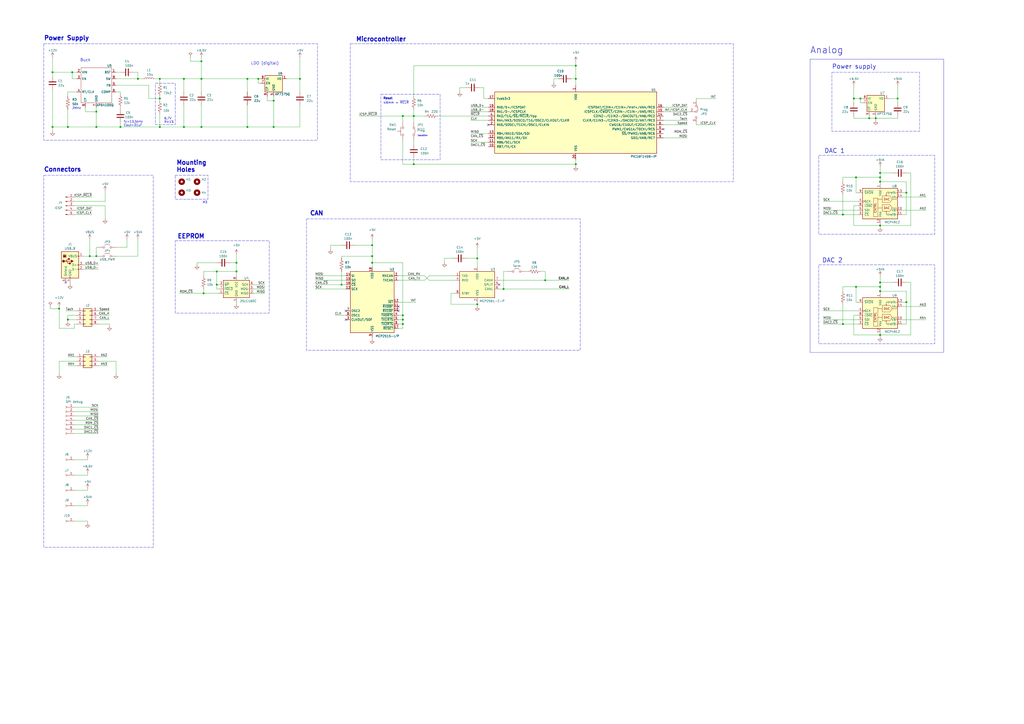
<source format=kicad_sch>
(kicad_sch (version 20250114) (generator "eeschema") (generator_version "9.0")
  (paper "A2")
  (title_block (title "CAN Gauge Interface") (date "2025-09-19") (rev "0.1") (company "Sam Anthony"))
  (rectangle (start 482.6 41.91) (end 533.4 76.2) (stroke (width 0) (type dash)))
  (rectangle (start 25.4 25.4) (end 184.15 81.28) (stroke (width 0) (type dash)))
  (rectangle (start 101.6 139.7) (end 156.21 181.61) (stroke (width 0) (type dash)))
  (rectangle (start 101.6 101.5999) (end 120.65 115.5699) (stroke (width 0) (type dash)))
  (rectangle (start 90.17 48.26) (end 101.6 72.39) (stroke (width 0) (type dash)))
  (rectangle (start 220.98 54.61) (end 255.27 92.71) (stroke (width 0) (type dash)))
  (rectangle (start 474.98 153.67) (end 542.29 199.39) (stroke (width 0) (type dash)))
  (rectangle (start 177.8 127) (end 336.55 203.2) (stroke (width 0) (type dash)))
  (rectangle (start 25.4 101.6) (end 88.9 317.5) (stroke (width 0) (type dash)))
  (rectangle (start 474.98 90.17) (end 542.29 135.89) (stroke (width 0) (type dash)))
  (rectangle (start 203.2 25.4) (end 425.45 105.41) (stroke (width 0) (type dash)))
  (rectangle (start 469.9 34.29) (end 547.37 204.47))
  (text "Connectors" (at 25.4 98.425 0) (effects (font (size 2.54 2.54) (thickness 0.508) (bold yes)) (justify left)))
  (text "Power Supply" (at 25.4 22.225 0) (effects (font (size 2.54 2.54) (thickness 0.508) (bold yes)) (justify left)))
  (text "LDO (digital)" (at 153.67 36.83 0) (effects (font (size 1.651 1.651))))
  (text "CAN" (at 179.705 123.825 0) (effects (font (size 2.54 2.54) (thickness 0.508) (bold yes)) (justify left)))
  (text "2MHz\n" (at 44.45 62.865 0) (effects (font (size 1.27 1.27))))
  (text "6.7V\nR±1%" (at 95.25 69.85 0) (effects (font (size 1.27 1.27)) (justify left)))
  (text "Reset" (at 222.25 57.15 0) (effects (font (size 1.27 1.27) (thickness 0.254) (bold yes)) (justify left)))
  (text "fc=13.5kHz\nCout=31uF" (at 71.755 71.755 0) (effects (font (size 1.27 1.27)) (justify left)))
  (text "Mounting\nHoles" (at 102.235 96.5199 0) (effects (font (size 2.54 2.54) (thickness 0.508) (bold yes)) (justify left)))
  (text "Power supply" (at 482.6 38.735 0) (effects (font (size 2.54 2.54) (thickness 0.254) (bold yes)) (justify left)))
  (text "M3\n" (at 117.475 117.4749 0) (effects (font (size 1.27 1.27)) (justify left)))
  (text "EEPROM" (at 102.87 137.16 0) (effects (font (size 2.54 2.54) (thickness 0.508) (bold yes)) (justify left)))
  (text "≤6mm ↔ ~{MCLR}" (at 222.25 59.69 0) (effects (font (size 1.27 1.27)) (justify left)))
  (text "DAC 1" (at 478.155 87.63 0) (effects (font (size 2.54 2.54) (thickness 0.254) (bold yes)) (justify left)))
  (text "Buck" (at 49.53 34.925 0) (effects (font (size 1.651 1.651))))
  (text "Microcontroller" (at 206.375 22.86 0) (effects (font (size 2.54 2.54) (thickness 0.508) (bold yes)) (justify left)))
  (text "Analog" (at 469.9 29.21 0) (effects (font (size 3.81 3.81) (thickness 0.254) (bold yes)) (justify left)))
  (text "Isolation" (at 245.11 78.74 0) (effects (font (size 0.889 0.889))))
  (text "DAC 2" (at 476.885 151.13 0) (effects (font (size 2.54 2.54) (thickness 0.254) (bold yes)) (justify left)))
  (junction (at 39.37 185.42))
  (junction (at 158.75 58.42))
  (junction (at 510.54 166.37))
  (junction (at 504.19 68.58))
  (junction (at 106.68 45.72))
  (junction (at 510.54 168.91))
  (junction (at 137.16 157.48))
  (junction (at 510.54 100.33))
  (junction (at 55.88 73.66))
  (junction (at 116.84 73.66))
  (junction (at 39.37 73.66))
  (junction (at 106.68 73.66))
  (junction (at 233.68 185.42))
  (junction (at 173.99 45.72))
  (junction (at 496.57 166.37))
  (junction (at 137.16 152.4))
  (junction (at 525.78 111.76))
  (junction (at 143.51 73.66))
  (junction (at 488.95 187.96))
  (junction (at 92.71 73.66))
  (junction (at 334.01 38.1))
  (junction (at 34.29 179.07))
  (junction (at 508 68.58))
  (junction (at 233.68 182.88))
  (junction (at 334.01 45.72))
  (junction (at 495.3 57.15))
  (junction (at 55.88 148.59))
  (junction (at 488.95 124.46))
  (junction (at 510.54 130.81))
  (junction (at 334.01 95.25))
  (junction (at 149.86 45.72))
  (junction (at 30.48 41.91))
  (junction (at 158.75 73.66))
  (junction (at 215.9 142.24))
  (junction (at 80.01 45.72))
  (junction (at 240.03 67.31))
  (junction (at 510.54 102.87))
  (junction (at 510.54 194.31))
  (junction (at 92.71 57.15))
  (junction (at 55.88 64.77))
  (junction (at 525.78 175.26))
  (junction (at 30.48 73.66))
  (junction (at 92.71 45.72))
  (junction (at 276.86 176.53))
  (junction (at 116.84 35.56))
  (junction (at 215.9 152.4))
  (junction (at 520.7 57.15))
  (junction (at 276.86 149.86))
  (junction (at 316.23 162.56))
  (junction (at 125.73 165.1))
  (junction (at 41.91 41.91))
  (junction (at 510.54 163.83))
  (junction (at 499.11 57.15))
  (junction (at 118.11 170.18))
  (junction (at 52.07 148.59))
  (junction (at 215.9 148.59))
  (junction (at 496.57 102.87))
  (junction (at 198.12 165.1))
  (junction (at 125.73 157.48))
  (junction (at 510.54 105.41))
  (junction (at 69.85 73.66))
  (junction (at 240.03 95.25))
  (junction (at 233.68 67.31))
  (junction (at 233.68 187.96))
  (junction (at 143.51 45.72))
  (junction (at 116.84 45.72))
  (junction (at 292.1 167.64))
  (no_connect (at 38.1 163.83))
  (no_connect (at 231.14 177.8))
  (no_connect (at 283.21 72.39))
  (no_connect (at 200.66 185.42))
  (no_connect (at 289.56 165.1))
  (no_connect (at 200.66 180.34))
  (no_connect (at 384.81 74.93))
  (no_connect (at 231.14 180.34))
  (wire (pts (xy 231.14 162.56) (xy 246.38 162.56)))
  (wire (pts (xy 240.03 95.25) (xy 240.03 91.44)))
  (wire (pts (xy 384.81 69.85) (xy 398.78 69.85)))
  (wire (pts (xy 499.11 57.15) (xy 495.3 57.15)))
  (wire (pts (xy 116.84 33.02) (xy 116.84 35.56)))
  (wire (pts (xy 215.9 142.24) (xy 215.9 148.59)))
  (wire (pts (xy 50.8 302.26) (xy 50.8 303.53)))
  (wire (pts (xy 106.68 45.72) (xy 116.84 45.72)))
  (wire (pts (xy 158.75 58.42) (xy 158.75 73.66)))
  (wire (pts (xy 495.3 182.88) (xy 497.84 182.88)))
  (wire (pts (xy 292.1 157.48) (xy 294.64 157.48)))
  (wire (pts (xy 44.45 209.55) (xy 34.29 209.55)))
  (wire (pts (xy 233.68 187.96) (xy 233.68 185.42)))
  (wire (pts (xy 495.3 119.38) (xy 497.84 119.38)))
  (wire (pts (xy 240.03 38.1) (xy 334.01 38.1)))
  (wire (pts (xy 231.14 187.96) (xy 233.68 187.96)))
  (wire (pts (xy 44.45 41.91) (xy 41.91 41.91)))
  (wire (pts (xy 508 67.31) (xy 508 68.58)))
  (wire (pts (xy 289.56 167.64) (xy 292.1 167.64)))
  (wire (pts (xy 510.54 168.91) (xy 510.54 170.18)))
  (wire (pts (xy 215.9 195.58) (xy 215.9 196.85)))
  (wire (pts (xy 60.96 116.84) (xy 60.96 110.49)))
  (wire (pts (xy 67.31 53.34) (xy 69.85 53.34)))
  (wire (pts (xy 499.11 59.69) (xy 499.11 57.15)))
  (wire (pts (xy 80.01 45.72) (xy 82.55 45.72)))
  (wire (pts (xy 48.26 153.67) (xy 57.15 153.67)))
  (wire (pts (xy 127 165.1) (xy 125.73 165.1)))
  (wire (pts (xy 262.89 149.86) (xy 257.81 149.86)))
  (wire (pts (xy 496.57 175.26) (xy 496.57 166.37)))
  (wire (pts (xy 149.86 48.26) (xy 149.86 45.72)))
  (wire (pts (xy 488.95 187.96) (xy 497.84 187.96)))
  (wire (pts (xy 118.11 157.48) (xy 125.73 157.48)))
  (wire (pts (xy 92.71 73.66) (xy 106.68 73.66)))
  (wire (pts (xy 240.03 38.1) (xy 240.03 55.88)))
  (wire (pts (xy 523.24 124.46) (xy 525.78 124.46)))
  (wire (pts (xy 44.45 53.34) (xy 39.37 53.34)))
  (wire (pts (xy 477.52 180.34) (xy 497.84 180.34)))
  (wire (pts (xy 510.54 193.04) (xy 510.54 194.31)))
  (wire (pts (xy 233.68 185.42) (xy 233.68 182.88)))
  (wire (pts (xy 510.54 194.31) (xy 510.54 195.58)))
  (wire (pts (xy 525.78 168.91) (xy 510.54 168.91)))
  (wire (pts (xy 384.81 64.77) (xy 400.05 64.77)))
  (wire (pts (xy 69.85 53.34) (xy 69.85 54.61)))
  (wire (pts (xy 499.11 57.15) (xy 500.38 57.15)))
  (wire (pts (xy 34.29 190.5) (xy 34.29 179.07)))
  (wire (pts (xy 149.86 45.72) (xy 151.13 45.72)))
  (wire (pts (xy 198.12 165.1) (xy 198.12 157.48)))
  (wire (pts (xy 57.15 209.55) (xy 67.31 209.55)))
  (wire (pts (xy 39.37 185.42) (xy 39.37 186.69)))
  (wire (pts (xy 116.84 45.72) (xy 143.51 45.72)))
  (wire (pts (xy 43.18 243.84) (xy 57.15 243.84)))
  (wire (pts (xy 57.15 182.88) (xy 63.5 182.88)))
  (wire (pts (xy 273.05 82.55) (xy 283.21 82.55)))
  (wire (pts (xy 495.3 130.81) (xy 510.54 130.81)))
  (wire (pts (xy 523.24 177.8) (xy 537.21 177.8)))
  (wire (pts (xy 151.13 48.26) (xy 149.86 48.26)))
  (wire (pts (xy 528.32 130.81) (xy 510.54 130.81)))
  (wire (pts (xy 50.8 275.59) (xy 50.8 274.32)))
  (wire (pts (xy 182.88 165.1) (xy 198.12 165.1)))
  (wire (pts (xy 43.18 246.38) (xy 57.15 246.38)))
  (wire (pts (xy 403.86 71.12) (xy 403.86 72.39)))
  (wire (pts (xy 154.94 55.88) (xy 154.94 58.42)))
  (wire (pts (xy 497.84 111.76) (xy 496.57 111.76)))
  (wire (pts (xy 158.75 73.66) (xy 143.51 73.66)))
  (wire (pts (xy 523.24 114.3) (xy 537.21 114.3)))
  (wire (pts (xy 55.88 148.59) (xy 57.15 148.59)))
  (wire (pts (xy 30.48 41.91) (xy 30.48 44.45)))
  (wire (pts (xy 273.05 69.85) (xy 283.21 69.85)))
  (wire (pts (xy 182.88 160.02) (xy 200.66 160.02)))
  (wire (pts (xy 525.78 105.41) (xy 525.78 111.76)))
  (wire (pts (xy 384.81 62.23) (xy 398.78 62.23)))
  (wire (pts (xy 496.57 102.87) (xy 510.54 102.87)))
  (wire (pts (xy 496.57 111.76) (xy 496.57 102.87)))
  (wire (pts (xy 49.53 62.23) (xy 49.53 64.77)))
  (wire (pts (xy 525.78 168.91) (xy 525.78 175.26)))
  (wire (pts (xy 194.31 182.88) (xy 200.66 182.88)))
  (wire (pts (xy 477.52 185.42) (xy 497.84 185.42)))
  (wire (pts (xy 39.37 53.34) (xy 39.37 55.88)))
  (wire (pts (xy 92.71 66.04) (xy 92.71 73.66)))
  (wire (pts (xy 118.11 160.02) (xy 118.11 157.48)))
  (wire (pts (xy 334.01 45.72) (xy 331.47 45.72)))
  (wire (pts (xy 57.15 185.42) (xy 63.5 185.42)))
  (wire (pts (xy 334.01 49.53) (xy 334.01 45.72)))
  (wire (pts (xy 215.9 148.59) (xy 215.9 152.4)))
  (wire (pts (xy 143.51 45.72) (xy 143.51 53.34)))
  (wire (pts (xy 208.28 67.31) (xy 233.68 67.31)))
  (wire (pts (xy 403.86 58.42) (xy 403.86 57.15)))
  (wire (pts (xy 510.54 163.83) (xy 510.54 166.37)))
  (wire (pts (xy 495.3 130.81) (xy 495.3 119.38)))
  (wire (pts (xy 523.24 185.42) (xy 537.21 185.42)))
  (wire (pts (xy 39.37 63.5) (xy 39.37 73.66)))
  (wire (pts (xy 50.8 293.37) (xy 50.8 292.1)))
  (wire (pts (xy 43.18 114.3) (xy 53.34 114.3)))
  (wire (pts (xy 191.77 142.24) (xy 191.77 144.78)))
  (wire (pts (xy 92.71 45.72) (xy 92.71 48.26)))
  (wire (pts (xy 57.15 187.96) (xy 63.5 187.96)))
  (wire (pts (xy 39.37 185.42) (xy 44.45 185.42)))
  (wire (pts (xy 510.54 160.02) (xy 510.54 163.83)))
  (wire (pts (xy 528.32 163.83) (xy 528.32 194.31)))
  (wire (pts (xy 60.96 119.38) (xy 60.96 127)))
  (wire (pts (xy 283.21 57.15) (xy 280.67 57.15)))
  (wire (pts (xy 528.32 100.33) (xy 528.32 130.81)))
  (wire (pts (xy 173.99 45.72) (xy 173.99 53.34)))
  (wire (pts (xy 125.73 167.64) (xy 125.73 165.1)))
  (wire (pts (xy 525.78 105.41) (xy 510.54 105.41)))
  (wire (pts (xy 44.45 182.88) (xy 39.37 182.88)))
  (wire (pts (xy 495.3 67.31) (xy 495.3 68.58)))
  (wire (pts (xy 125.73 157.48) (xy 137.16 157.48)))
  (wire (pts (xy 55.88 143.51) (xy 57.15 143.51)))
  (wire (pts (xy 118.11 170.18) (xy 118.11 167.64)))
  (wire (pts (xy 67.31 209.55) (xy 67.31 217.17)))
  (wire (pts (xy 137.16 152.4) (xy 137.16 157.48)))
  (wire (pts (xy 147.32 170.18) (xy 153.67 170.18)))
  (wire (pts (xy 106.68 73.66) (xy 116.84 73.66)))
  (wire (pts (xy 280.67 50.8) (xy 278.13 50.8)))
  (wire (pts (xy 50.8 284.48) (xy 50.8 283.21)))
  (wire (pts (xy 520.7 68.58) (xy 520.7 67.31)))
  (wire (pts (xy 116.84 60.96) (xy 116.84 73.66)))
  (wire (pts (xy 55.88 62.23) (xy 55.88 64.77)))
  (wire (pts (xy 270.51 149.86) (xy 276.86 149.86)))
  (wire (pts (xy 43.18 275.59) (xy 50.8 275.59)))
  (wire (pts (xy 384.81 80.01) (xy 398.78 80.01)))
  (wire (pts (xy 41.91 45.72) (xy 41.91 41.91)))
  (wire (pts (xy 198.12 149.86) (xy 198.12 148.59)))
  (wire (pts (xy 280.67 57.15) (xy 280.67 50.8)))
  (wire (pts (xy 403.86 57.15) (xy 415.29 57.15)))
  (wire (pts (xy 266.7 50.8) (xy 266.7 53.34)))
  (wire (pts (xy 57.15 212.09) (xy 62.23 212.09)))
  (wire (pts (xy 30.48 73.66) (xy 30.48 76.2)))
  (wire (pts (xy 488.95 102.87) (xy 496.57 102.87)))
  (wire (pts (xy 520.7 57.15) (xy 515.62 57.15)))
  (wire (pts (xy 154.94 58.42) (xy 158.75 58.42)))
  (wire (pts (xy 44.45 187.96) (xy 43.18 187.96)))
  (wire (pts (xy 257.81 149.86) (xy 257.81 152.4)))
  (wire (pts (xy 316.23 157.48) (xy 316.23 162.56)))
  (wire (pts (xy 39.37 207.01) (xy 44.45 207.01)))
  (wire (pts (xy 495.3 57.15) (xy 495.3 49.53)))
  (wire (pts (xy 384.81 72.39) (xy 398.78 72.39)))
  (wire (pts (xy 63.5 187.96) (xy 63.5 189.23)))
  (wire (pts (xy 233.68 67.31) (xy 233.68 71.12)))
  (wire (pts (xy 92.71 57.15) (xy 86.36 57.15)))
  (wire (pts (xy 233.68 152.4) (xy 233.68 182.88)))
  (wire (pts (xy 92.71 45.72) (xy 106.68 45.72)))
  (wire (pts (xy 43.18 251.46) (xy 57.15 251.46)))
  (wire (pts (xy 240.03 81.28) (xy 240.03 83.82)))
  (wire (pts (xy 504.19 68.58) (xy 508 68.58)))
  (wire (pts (xy 233.68 152.4) (xy 215.9 152.4)))
  (wire (pts (xy 86.36 49.53) (xy 67.31 49.53)))
  (wire (pts (xy 510.54 105.41) (xy 510.54 106.68)))
  (wire (pts (xy 273.05 77.47) (xy 283.21 77.47)))
  (wire (pts (xy 158.75 55.88) (xy 158.75 58.42)))
  (wire (pts (xy 200.66 165.1) (xy 198.12 165.1)))
  (wire (pts (xy 30.48 33.02) (xy 30.48 41.91)))
  (wire (pts (xy 316.23 162.56) (xy 330.2 162.56)))
  (wire (pts (xy 233.68 67.31) (xy 240.03 67.31)))
  (wire (pts (xy 528.32 194.31) (xy 510.54 194.31)))
  (wire (pts (xy 198.12 148.59) (xy 215.9 148.59)))
  (wire (pts (xy 29.21 177.8) (xy 29.21 179.07)))
  (wire (pts (xy 92.71 57.15) (xy 92.71 58.42)))
  (wire (pts (xy 173.99 73.66) (xy 158.75 73.66)))
  (wire (pts (xy 525.78 175.26) (xy 525.78 187.96)))
  (wire (pts (xy 510.54 96.52) (xy 510.54 100.33)))
  (wire (pts (xy 231.14 190.5) (xy 233.68 190.5)))
  (wire (pts (xy 29.21 179.07) (xy 34.29 179.07)))
  (wire (pts (xy 304.8 157.48) (xy 306.07 157.48)))
  (wire (pts (xy 104.14 170.18) (xy 118.11 170.18)))
  (wire (pts (xy 495.3 194.31) (xy 510.54 194.31)))
  (wire (pts (xy 270.51 50.8) (xy 266.7 50.8)))
  (wire (pts (xy 334.01 95.25) (xy 334.01 96.52)))
  (wire (pts (xy 55.88 73.66) (xy 39.37 73.66)))
  (wire (pts (xy 510.54 100.33) (xy 518.16 100.33)))
  (wire (pts (xy 43.18 241.3) (xy 57.15 241.3)))
  (wire (pts (xy 43.18 238.76) (xy 57.15 238.76)))
  (wire (pts (xy 510.54 166.37) (xy 510.54 168.91)))
  (wire (pts (xy 488.95 168.91) (xy 488.95 166.37)))
  (wire (pts (xy 500.38 59.69) (xy 499.11 59.69)))
  (wire (pts (xy 43.18 187.96) (xy 43.18 190.5)))
  (wire (pts (xy 55.88 148.59) (xy 55.88 143.51)))
  (wire (pts (xy 116.84 35.56) (xy 116.84 45.72)))
  (wire (pts (xy 57.15 180.34) (xy 63.5 180.34)))
  (wire (pts (xy 67.31 148.59) (xy 80.01 148.59)))
  (wire (pts (xy 254 67.31) (xy 283.21 67.31)))
  (wire (pts (xy 43.18 190.5) (xy 34.29 190.5)))
  (wire (pts (xy 106.68 45.72) (xy 106.68 53.34)))
  (wire (pts (xy 523.24 175.26) (xy 525.78 175.26)))
  (wire (pts (xy 48.26 148.59) (xy 52.07 148.59)))
  (wire (pts (xy 233.68 81.28) (xy 233.68 95.25)))
  (wire (pts (xy 92.71 73.66) (xy 69.85 73.66)))
  (wire (pts (xy 52.07 148.59) (xy 55.88 148.59)))
  (wire (pts (xy 43.18 284.48) (xy 50.8 284.48)))
  (wire (pts (xy 488.95 166.37) (xy 496.57 166.37)))
  (wire (pts (xy 273.05 64.77) (xy 283.21 64.77)))
  (wire (pts (xy 488.95 124.46) (xy 497.84 124.46)))
  (wire (pts (xy 520.7 49.53) (xy 520.7 57.15)))
  (wire (pts (xy 69.85 62.23) (xy 69.85 63.5)))
  (wire (pts (xy 147.32 167.64) (xy 153.67 167.64)))
  (wire (pts (xy 510.54 102.87) (xy 510.54 105.41)))
  (wire (pts (xy 57.15 207.01) (xy 62.23 207.01)))
  (wire (pts (xy 173.99 33.02) (xy 173.99 45.72)))
  (wire (pts (xy 44.45 45.72) (xy 41.91 45.72)))
  (wire (pts (xy 496.57 166.37) (xy 510.54 166.37)))
  (wire (pts (xy 276.86 176.53) (xy 276.86 177.8)))
  (wire (pts (xy 77.47 41.91) (xy 80.01 41.91)))
  (wire (pts (xy 248.92 160.02) (xy 246.38 162.56)))
  (wire (pts (xy 90.17 45.72) (xy 92.71 45.72)))
  (wire (pts (xy 39.37 182.88) (xy 39.37 185.42)))
  (wire (pts (xy 495.3 68.58) (xy 504.19 68.58)))
  (wire (pts (xy 488.95 113.03) (xy 488.95 124.46)))
  (wire (pts (xy 321.31 45.72) (xy 323.85 45.72)))
  (wire (pts (xy 137.16 175.26) (xy 137.16 176.53)))
  (wire (pts (xy 34.29 209.55) (xy 34.29 217.17)))
  (wire (pts (xy 38.1 180.34) (xy 44.45 180.34)))
  (wire (pts (xy 231.14 182.88) (xy 233.68 182.88)))
  (wire (pts (xy 495.3 57.15) (xy 495.3 59.69)))
  (wire (pts (xy 137.16 157.48) (xy 137.16 160.02)))
  (wire (pts (xy 125.73 157.48) (xy 125.73 165.1)))
  (wire (pts (xy 510.54 130.81) (xy 510.54 132.08)))
  (wire (pts (xy 313.69 157.48) (xy 316.23 157.48)))
  (wire (pts (xy 92.71 55.88) (xy 92.71 57.15)))
  (wire (pts (xy 334.01 92.71) (xy 334.01 95.25)))
  (wire (pts (xy 116.84 45.72) (xy 116.84 53.34)))
  (wire (pts (xy 477.52 187.96) (xy 488.95 187.96)))
  (wire (pts (xy 276.86 175.26) (xy 276.86 176.53)))
  (wire (pts (xy 67.31 45.72) (xy 80.01 45.72)))
  (wire (pts (xy 43.18 248.92) (xy 57.15 248.92)))
  (wire (pts (xy 173.99 60.96) (xy 173.99 73.66)))
  (wire (pts (xy 495.3 194.31) (xy 495.3 182.88)))
  (wire (pts (xy 403.86 72.39) (xy 415.29 72.39)))
  (wire (pts (xy 292.1 167.64) (xy 292.1 157.48)))
  (wire (pts (xy 80.01 41.91) (xy 80.01 45.72)))
  (wire (pts (xy 182.88 167.64) (xy 200.66 167.64)))
  (wire (pts (xy 50.8 266.7) (xy 50.8 265.43)))
  (wire (pts (xy 43.18 293.37) (xy 50.8 293.37)))
  (wire (pts (xy 143.51 73.66) (xy 116.84 73.66)))
  (wire (pts (xy 69.85 73.66) (xy 55.88 73.66)))
  (wire (pts (xy 133.35 152.4) (xy 137.16 152.4)))
  (wire (pts (xy 67.31 41.91) (xy 69.85 41.91)))
  (wire (pts (xy 137.16 147.32) (xy 137.16 152.4)))
  (wire (pts (xy 240.03 95.25) (xy 334.01 95.25)))
  (wire (pts (xy 69.85 71.12) (xy 69.85 73.66)))
  (wire (pts (xy 525.78 100.33) (xy 528.32 100.33)))
  (wire (pts (xy 198.12 142.24) (xy 191.77 142.24)))
  (wire (pts (xy 261.62 170.18) (xy 264.16 170.18)))
  (wire (pts (xy 49.53 64.77) (xy 55.88 64.77)))
  (wire (pts (xy 215.9 138.43) (xy 215.9 142.24)))
  (wire (pts (xy 510.54 100.33) (xy 510.54 102.87)))
  (wire (pts (xy 110.49 35.56) (xy 110.49 33.02)))
  (wire (pts (xy 43.18 116.84) (xy 60.96 116.84)))
  (wire (pts (xy 240.03 67.31) (xy 246.38 67.31)))
  (wire (pts (xy 523.24 111.76) (xy 525.78 111.76)))
  (wire (pts (xy 289.56 162.56) (xy 316.23 162.56)))
  (wire (pts (xy 48.26 156.21) (xy 57.15 156.21)))
  (wire (pts (xy 30.48 52.07) (xy 30.48 73.66)))
  (wire (pts (xy 73.66 143.51) (xy 73.66 138.43)))
  (wire (pts (xy 43.18 119.38) (xy 60.96 119.38)))
  (wire (pts (xy 52.07 138.43) (xy 52.07 148.59)))
  (wire (pts (xy 520.7 59.69) (xy 520.7 57.15)))
  (wire (pts (xy 240.03 67.31) (xy 240.03 71.12)))
  (wire (pts (xy 215.9 152.4) (xy 215.9 154.94)))
  (wire (pts (xy 233.68 95.25) (xy 240.03 95.25)))
  (wire (pts (xy 147.32 165.1) (xy 153.67 165.1)))
  (wire (pts (xy 106.68 60.96) (xy 106.68 73.66)))
  (wire (pts (xy 261.62 176.53) (xy 261.62 170.18)))
  (wire (pts (xy 34.29 179.07) (xy 34.29 177.8)))
  (wire (pts (xy 41.91 41.91) (xy 30.48 41.91)))
  (wire (pts (xy 43.18 124.46) (xy 53.34 124.46)))
  (wire (pts (xy 40.64 163.83) (xy 40.64 165.1)))
  (wire (pts (xy 127 167.64) (xy 125.73 167.64)))
  (wire (pts (xy 43.18 302.26) (xy 50.8 302.26)))
  (wire (pts (xy 523.24 121.92) (xy 537.21 121.92)))
  (wire (pts (xy 205.74 142.24) (xy 215.9 142.24)))
  (wire (pts (xy 508 68.58) (xy 520.7 68.58)))
  (wire (pts (xy 231.14 160.02) (xy 246.38 160.02)))
  (wire (pts (xy 488.95 105.41) (xy 488.95 102.87)))
  (wire (pts (xy 488.95 176.53) (xy 488.95 187.96)))
  (wire (pts (xy 143.51 60.96) (xy 143.51 73.66)))
  (wire (pts (xy 276.86 176.53) (xy 261.62 176.53)))
  (wire (pts (xy 321.31 48.26) (xy 321.31 45.72)))
  (wire (pts (xy 523.24 187.96) (xy 525.78 187.96)))
  (wire (pts (xy 67.31 143.51) (xy 73.66 143.51)))
  (wire (pts (xy 43.18 236.22) (xy 57.15 236.22)))
  (wire (pts (xy 477.52 124.46) (xy 488.95 124.46)))
  (wire (pts (xy 149.86 45.72) (xy 143.51 45.72)))
  (wire (pts (xy 114.3 152.4) (xy 114.3 153.67)))
  (wire (pts (xy 504.19 67.31) (xy 504.19 68.58)))
  (wire (pts (xy 86.36 57.15) (xy 86.36 49.53)))
  (wire (pts (xy 114.3 152.4) (xy 125.73 152.4)))
  (wire (pts (xy 497.84 175.26) (xy 496.57 175.26)))
  (wire (pts (xy 508 68.58) (xy 508 69.85)))
  (wire (pts (xy 334.01 38.1) (xy 334.01 45.72)))
  (wire (pts (xy 116.84 35.56) (xy 110.49 35.56)))
  (wire (pts (xy 276.86 143.51) (xy 276.86 149.86)))
  (wire (pts (xy 127 170.18) (xy 118.11 170.18)))
  (wire (pts (xy 233.68 190.5) (xy 233.68 187.96)))
  (wire (pts (xy 39.37 73.66) (xy 30.48 73.66)))
  (wire (pts (xy 525.78 163.83) (xy 528.32 163.83)))
  (wire (pts (xy 510.54 163.83) (xy 518.16 163.83)))
  (wire (pts (xy 477.52 121.92) (xy 497.84 121.92)))
  (wire (pts (xy 334.01 35.56) (xy 334.01 38.1)))
  (wire (pts (xy 292.1 167.64) (xy 330.2 167.64)))
  (wire (pts (xy 231.14 175.26) (xy 241.3 175.26)))
  (wire (pts (xy 39.37 212.09) (xy 44.45 212.09)))
  (wire (pts (xy 166.37 45.72) (xy 173.99 45.72)))
  (wire (pts (xy 231.14 185.42) (xy 233.68 185.42)))
  (wire (pts (xy 510.54 129.54) (xy 510.54 130.81)))
  (wire (pts (xy 43.18 266.7) (xy 50.8 266.7)))
  (wire (pts (xy 273.05 62.23) (xy 283.21 62.23)))
  (wire (pts (xy 248.92 162.56) (xy 264.16 162.56)))
  (wire (pts (xy 477.52 116.84) (xy 497.84 116.84)))
  (wire (pts (xy 55.88 64.77) (xy 55.88 73.66)))
  (wire (pts (xy 182.88 162.56) (xy 200.66 162.56)))
  (wire (pts (xy 248.92 160.02) (xy 264.16 160.02)))
  (wire (pts (xy 246.38 160.02) (xy 248.92 162.56)))
  (wire (pts (xy 525.78 111.76) (xy 525.78 124.46)))
  (wire (pts (xy 240.03 63.5) (xy 240.03 67.31)))
  (wire (pts (xy 43.18 121.92) (xy 53.34 121.92)))
  (wire (pts (xy 80.01 148.59) (xy 80.01 138.43)))
  (wire (pts (xy 276.86 149.86) (xy 276.86 154.94)))
  (label "DAC1_~{CS}" (at 477.52 124.46 0))
  (label "MISO" (at 57.15 241.3 180))
  (label "CAN_H" (at 330.2 162.56 180) (effects (font (thickness 0.254) (bold yes))))
  (label "SCK" (at 153.67 165.1 180) (effects (font (thickness 0.1588))))
  (label "Speed" (at 63.5 180.34 180) (effects (font (thickness 0.1588))))
  (label "CLK" (at 273.05 69.85 0))
  (label "MOSI" (at 398.78 80.01 180) (effects (font (thickness 0.1588))))
  (label "ICSP_DAT" (at 398.78 62.23 180))
  (label "CAN_L" (at 63.5 185.42 180))
  (label "ROM_~{CS}" (at 104.14 170.18 0) (effects (font (thickness 0.1588))))
  (label "MOSI" (at 182.88 160.02 0) (effects (font (thickness 0.1588))))
  (label "DAC1_~{CS}" (at 273.05 85.09 0))
  (label "AN3" (at 62.23 212.09 180) (effects (font (thickness 0.1588))))
  (label "Speed" (at 398.78 72.39 180))
  (label "AN1" (at 537.21 114.3 180))
  (label "CAN_~{CS}" (at 273.05 80.01 0))
  (label "CAN_~{CS}" (at 57.15 243.84 180))
  (label "INT" (at 415.29 57.15 180))
  (label "CLK" (at 194.31 182.88 0))
  (label "MISO" (at 153.67 170.18 180) (effects (font (thickness 0.1588))))
  (label "INT" (at 241.3 175.26 180) (effects (font (thickness 0.1588))))
  (label "MOSI" (at 153.67 167.64 180) (effects (font (thickness 0.1588))))
  (label "ICSP_CLK" (at 53.34 124.46 180))
  (label "AN2" (at 62.23 207.01 180) (effects (font (thickness 0.1588))))
  (label "SCK" (at 273.05 82.55 0) (effects (font (thickness 0.1588))))
  (label "Tach" (at 38.1 180.34 0) (effects (font (thickness 0.1588))))
  (label "CAN_~{CS}" (at 182.88 165.1 0) (effects (font (thickness 0.1588))))
  (label "ICSP_CLK" (at 415.29 72.39 180))
  (label "USB_D+" (at 273.05 62.23 0))
  (label "SCK" (at 477.52 180.34 0) (effects (font (thickness 0.1588))))
  (label "ROM_~{CS}" (at 57.15 246.38 180))
  (label "AN1" (at 39.37 207.01 0) (effects (font (thickness 0.1588))))
  (label "DAC2_~{CS}" (at 398.78 67.31 180))
  (label "USB_D-" (at 273.05 64.77 0))
  (label "INT{slash}ICSP_CLK" (at 398.78 64.77 180))
  (label "SCK" (at 57.15 236.22 180))
  (label "AN4" (at 39.37 212.09 0) (effects (font (thickness 0.1588))))
  (label "MOSI" (at 477.52 121.92 0))
  (label "AN4" (at 537.21 185.42 180))
  (label "MISO" (at 182.88 162.56 0) (effects (font (thickness 0.1588))))
  (label "DAC1_~{CS}" (at 57.15 248.92 180))
  (label "MOSI" (at 57.15 238.76 180))
  (label "~{MCLR}" (at 273.05 67.31 0))
  (label "AN3" (at 537.21 177.8 180))
  (label "DAC2_~{CS}" (at 57.15 251.46 180))
  (label "USB_D-" (at 57.15 156.21 180))
  (label "AN2" (at 537.21 121.92 180))
  (label "USB_D+" (at 57.15 153.67 180))
  (label "SCK" (at 182.88 167.64 0) (effects (font (thickness 0.1588))))
  (label "Tach" (at 398.78 69.85 180))
  (label "ROM_~{CS}" (at 398.78 77.47 180))
  (label "ICSP_DAT" (at 53.34 121.92 180))
  (label "CAN_RX" (at 243.84 160.02 180))
  (label "ICSP_~{MCLR}" (at 53.34 114.3 180))
  (label "MISO" (at 273.05 77.47 0) (effects (font (thickness 0.1588))))
  (label "ICSP_~{MCLR}" (at 208.28 67.31 0))
  (label "MOSI" (at 477.52 185.42 0))
  (label "CAN_L" (at 330.2 167.64 180) (effects (font (thickness 0.254) (bold yes))))
  (label "SCK" (at 477.52 116.84 0) (effects (font (thickness 0.1588))))
  (label "DAC2_~{CS}" (at 477.52 187.96 0))
  (label "CAN_TX" (at 243.84 162.56 180))
  (label "CAN_H" (at 63.5 182.88 180) (effects (font (thickness 0.1588))))
  (symbol (lib_id "power:GND") (at 215.9 196.85 0) (unit 1)
    (property "Reference" "#PWR028" (effects (hide yes)))
    (property "Value" "GND" (effects (hide yes)))
    (property "Description" "Power symbol creates a global label with name \"GND\" , ground" (effects (hide yes)))
  )
  (symbol (lib_id "Connector:USB_B") (at 40.64 153.67 0) (unit 1)
    (property "Reference" "J1" (at 40.64 141.605 0))
    (property "Value" "USB_B" (at 40.64 144.145 0))
    (property "Footprint" "Connector_USB:USB_B_OST_USB-B1HSxx_Horizontal" (effects (hide yes)))
    (property "Description" "USB Type B connector" (effects (hide yes)))
  )
  (symbol (lib_id "power:GND") (at 50.8 303.53 0) (unit 1)
    (property "Reference" "#PWR039" (effects (hide yes)))
    (property "Value" "GND" (effects (hide yes)))
    (property "Description" "Power symbol creates a global label with name \"GND\" , ground" (effects (hide yes)))
  )
  (symbol (lib_id "Device:C") (at 173.99 57.15 0) (unit 1)
    (property "Reference" "C7" (at 177.8 55.8799 0) (effects (justify left)))
    (property "Value" "22u" (at 177.8 58.4199 0) (effects (justify left)))
    (property "Footprint" "Capacitor_SMD:C_1206_3216Metric_Pad1.33x1.80mm_HandSolder" (effects (hide yes)))
    (property "Description" "Unpolarized capacitor" (effects (hide yes)))
  )
  (symbol (lib_id "power:+12V") (at 34.29 177.8 0) (unit 1)
    (property "Reference" "#PWR029" (effects (hide yes)))
    (property "Value" "+12V" (at 34.29 172.72 0))
    (property "Description" "Power symbol creates a global label with name \"+12V\"" (effects (hide yes)))
  )
  (symbol (lib_id "power:GND") (at 63.5 189.23 0) (unit 1)
    (property "Reference" "#PWR033" (effects (hide yes)))
    (property "Value" "GND" (effects (hide yes)))
    (property "Description" "Power symbol creates a global label with name \"GND\" , ground" (effects (hide yes)))
  )
  (symbol (lib_id "Device:C") (at 129.54 152.4 90) (unit 1)
    (property "Reference" "C15" (at 129.54 146.05 90))
    (property "Value" "100n" (at 129.54 148.59 90))
    (property "Footprint" "Capacitor_THT:C_Disc_D5.0mm_W2.5mm_P2.50mm" (effects (hide yes)))
    (property "Description" "Unpolarized capacitor" (effects (hide yes)))
  )
  (symbol (lib_id "Jumper:Jumper_2_Bridged") (at 240.03 76.2 270) (mirror x) (unit 1)
    (property "Reference" "JP1" (at 241.935 72.39 90) (effects (justify left)))
    (property "Value" "~{Prog}" (at 241.935 75.565 90) (effects (justify left)))
    (property "Footprint" "Connector_PinSocket_2.54mm:PinSocket_1x02_P2.54mm_Vertical" (effects (hide yes)))
    (property "Description" "Jumper, 2-pole, closed/bridged" (effects (hide yes)))
  )
  (symbol (lib_id "Device:C") (at 266.7 149.86 90) (unit 1)
    (property "Reference" "C14" (at 266.7 143.51 90))
    (property "Value" "100n" (at 266.7 146.05 90))
    (property "Footprint" "Capacitor_THT:C_Disc_D5.0mm_W2.5mm_P2.50mm" (effects (hide yes)))
    (property "Description" "Unpolarized capacitor" (effects (hide yes)))
  )
  (symbol (lib_id "power:+5V") (at 173.99 33.02 0) (unit 1)
    (property "Reference" "#PWR06" (effects (hide yes)))
    (property "Value" "+5V" (at 173.99 29.21 0))
    (property "Description" "Power symbol creates a global label with name \"+5V\"" (effects (hide yes)))
  )
  (symbol (lib_id "Device:C") (at 106.68 57.15 180) (unit 1)
    (property "Reference" "C2" (at 111.125 55.245 0))
    (property "Value" "22u" (at 111.76 57.785 0))
    (property "Footprint" "Capacitor_SMD:C_1206_3216Metric_Pad1.33x1.80mm_HandSolder" (effects (hide yes)))
    (property "Description" "Unpolarized capacitor" (effects (hide yes)))
  )
  (symbol (lib_id "Device:C") (at 30.48 48.26 0) (unit 1)
    (property "Reference" "C1" (at 34.925 46.99 0))
    (property "Value" "22u" (at 35.56 49.53 0))
    (property "Footprint" "Capacitor_SMD:C_1206_3216Metric_Pad1.33x1.80mm_HandSolder" (effects (hide yes)))
    (property "Description" "Unpolarized capacitor" (effects (hide yes)))
  )
  (symbol (lib_id "Device:C") (at 495.3 63.5 0) (unit 1)
    (property "Reference" "C8" (at 492.125 62.23 0) (effects (justify right)))
    (property "Value" "22u" (at 492.125 64.77 0) (effects (justify right)))
    (property "Footprint" "Capacitor_SMD:C_1206_3216Metric_Pad1.33x1.80mm_HandSolder" (effects (hide yes)))
    (property "Description" "Unpolarized capacitor" (effects (hide yes)))
  )
  (symbol (lib_id "Memory_EEPROM:25LCxxx") (at 137.16 167.64 0) (unit 1)
    (property "Reference" "U4" (at 141.605 161.29 0) (effects (justify left)))
    (property "Value" "25LC160C" (at 139.065 174.625 0) (effects (justify left)))
    (property "Footprint" "Package_DIP:DIP-8_W7.62mm" (effects (hide yes)))
    (property "Datasheet" "http://ww1.microchip.com/downloads/en/DeviceDoc/21832H.pdf" (effects (hide yes)))
    (property "Description" "SPI Serial EEPROM, DIP-8/SOIC-8/TSSOP-8" (effects (hide yes)))
  )
  (symbol (lib_id "Jumper:Jumper_3_Bridged12") (at 403.86 64.77 270) (unit 1) (in_bom no)
    (property "Reference" "JP2" (at 408.305 66.04 90))
    (property "Value" "Prog" (at 408.305 63.5 90))
    (property "Footprint" "Connector_PinSocket_2.54mm:PinSocket_1x03_P2.54mm_Vertical" (effects (hide yes)))
    (property "Description" "Jumper, 3-pole, pins 1+2 closed/bridged" (effects (hide yes)))
  )
  (symbol (lib_id "power:GND") (at 510.54 132.08 0) (unit 1)
    (property "Reference" "#PWR017" (effects (hide yes)))
    (property "Value" "GND" (effects (hide yes)))
    (property "Description" "Power symbol creates a global label with name \"GND\" , ground" (effects (hide yes)))
  )
  (symbol (lib_id "power:PWR_FLAG") (at 110.49 33.02 0) (unit 1)
    (property "Reference" "#FLG02" (effects (hide yes)))
    (property "Value" "+6.5V" (effects (hide yes)))
    (property "Description" "Special symbol for telling ERC where power comes from" (effects (hide yes)))
  )
  (symbol (lib_id "power:GND") (at 510.54 195.58 0) (unit 1)
    (property "Reference" "#PWR019" (effects (hide yes)))
    (property "Value" "GND" (effects (hide yes)))
    (property "Description" "Power symbol creates a global label with name \"GND\" , ground" (effects (hide yes)))
  )
  (symbol (lib_id "power:GND") (at 334.01 96.52 0) (unit 1)
    (property "Reference" "#PWR01" (effects (hide yes)))
    (property "Value" "GND" (effects (hide yes)))
    (property "Description" "Power symbol creates a global label with name \"GND\" , ground" (effects (hide yes)))
  )
  (symbol (lib_id "Device:R_US") (at 198.12 153.67 0) (unit 1)
    (property "Reference" "R7" (at 200.025 152.4 0) (effects (justify left)))
    (property "Value" "10k" (at 200.025 154.94 0) (effects (justify left)))
    (property "Footprint" "Resistor_THT:R_Axial_DIN0411_L9.9mm_D3.6mm_P12.70mm_Horizontal" (effects (hide yes)))
    (property "Description" "Resistor, US symbol" (effects (hide yes)))
  )
  (symbol (lib_id "Device:R_US") (at 118.11 163.83 0) (unit 1)
    (property "Reference" "R9" (at 120.015 162.56 0) (effects (justify left)))
    (property "Value" "10k" (at 120.015 165.1 0) (effects (justify left)))
    (property "Footprint" "Resistor_THT:R_Axial_DIN0411_L9.9mm_D3.6mm_P12.70mm_Horizontal" (effects (hide yes)))
    (property "Description" "Resistor, US symbol" (effects (hide yes)))
  )
  (symbol (lib_id "Mechanical:MountingHole") (at 105.41 105.4099 0) (unit 1) (exclude_from_sim yes) (in_bom no)
    (property "Reference" "H1" (at 107.95 104.1398 0) (effects (justify left)))
    (property "Value" "MountingHole" (effects (hide yes)))
    (property "Footprint" "MountingHole:MountingHole_3.2mm_M3_DIN965" (effects (hide yes)))
    (property "Description" "Mounting Hole without connection" (effects (hide yes)))
  )
  (symbol (lib_id "power:GND") (at 67.31 217.17 0) (unit 1)
    (property "Reference" "#PWR035" (effects (hide yes)))
    (property "Value" "GND" (effects (hide yes)))
    (property "Description" "Power symbol creates a global label with name \"GND\" , ground" (effects (hide yes)))
  )
  (symbol (lib_id "Connector:Conn_01x07_Socket") (at 38.1 243.84 0) (mirror y) (unit 1)
    (property "Reference" "J5" (at 38.1 230.505 0) (effects (justify right)))
    (property "Value" "SPI debug" (at 38.1 233.045 0) (effects (justify right)))
    (property "Footprint" "Connector_PinSocket_2.54mm:PinSocket_1x07_P2.54mm_Vertical" (effects (hide yes)))
    (property "Description" "Generic connector, single row, 01x07, script generated" (effects (hide yes)))
  )
  (symbol (lib_id "Jumper:Jumper_2_Open") (at 62.23 143.51 0) (unit 1)
    (property "Reference" "JP3" (at 62.23 140.335 0))
    (property "Value" "USB_PWR" (effects (hide yes)))
    (property "Footprint" "Connector_PinSocket_2.54mm:PinSocket_1x02_P2.54mm_Vertical" (effects (hide yes)))
    (property "Description" "Jumper, 2-pole, open" (effects (hide yes)))
  )
  (symbol (lib_id "symbols:AP64100") (at 55.88 49.53 0) (unit 1)
    (property "Reference" "U5" (at 63.5 38.1 0))
    (property "Value" "AP64100Q" (at 60.96 60.96 0))
    (property "Footprint" "Package_SO:Diodes_SO-8EP" (effects (hide yes)))
    (property "Datasheet" "https://www.diodes.com/assets/Datasheets/AP64100.pdf" (effects (hide yes)))
    (property "Description" "3.8V to40V input, 1A low IQ synchronous buck with adjustable frequency" (effects (hide yes)))
  )
  (symbol (lib_id "Device:C") (at 143.51 57.15 0) (unit 1)
    (property "Reference" "C6" (at 147.32 55.8799 0) (effects (justify left)))
    (property "Value" "22u" (at 147.32 58.4199 0) (effects (justify left)))
    (property "Footprint" "Capacitor_SMD:C_1206_3216Metric_Pad1.33x1.80mm_HandSolder" (effects (hide yes)))
    (property "Description" "Unpolarized capacitor" (effects (hide yes)))
  )
  (symbol (lib_id "Jumper:Jumper_2_Open") (at 62.23 148.59 0) (unit 1)
    (property "Reference" "JP4" (at 62.23 145.415 0))
    (property "Value" "USB_PWR" (at 62.23 150.495 0))
    (property "Footprint" "Connector_PinSocket_2.54mm:PinSocket_1x02_P2.54mm_Vertical" (effects (hide yes)))
    (property "Description" "Jumper, 2-pole, open" (effects (hide yes)))
  )
  (symbol (lib_id "Device:C") (at 201.93 142.24 90) (unit 1)
    (property "Reference" "C13" (at 201.93 135.89 90))
    (property "Value" "100n" (at 201.93 138.43 90))
    (property "Footprint" "Capacitor_THT:C_Disc_D5.0mm_W2.5mm_P2.50mm" (effects (hide yes)))
    (property "Description" "Unpolarized capacitor" (effects (hide yes)))
  )
  (symbol (lib_id "Connector_Generic:Conn_02x04_Top_Bottom") (at 49.53 182.88 0) (unit 1)
    (property "Reference" "J2" (at 50.8 177.165 0))
    (property "Value" "Conn_02x04_Top_Bottom" (effects (hide yes)))
    (property "Footprint" "Connector_Molex:Molex_Mini-Fit_Jr_5569-08A2_2x04_P4.20mm_Horizontal" (effects (hide yes)))
    (property "Datasheet" "https://www.molex.com/en-us/products/part-detail/39300080?display=pdf" (effects (hide yes)))
    (property "Description" "Generic connector, double row, 02x04, top/bottom pin numbering scheme (row 1: 1...pins_per_row, row2: pins_per_row+1 ... num_pins), script generated (kicad-library-utils/schlib/autogen/connector/)" (effects (hide yes)))
  )
  (symbol (lib_id "Device:R_US") (at 69.85 58.42 180) (unit 1)
    (property "Reference" "R5" (at 73.025 57.15 0))
    (property "Value" "12k" (at 73.66 59.69 0))
    (property "Footprint" "Resistor_SMD:R_0805_2012Metric_Pad1.20x1.40mm_HandSolder" (effects (hide yes)))
    (property "Description" "Resistor, US symbol" (effects (hide yes)))
  )
  (symbol (lib_id "Device:C") (at 520.7 63.5 0) (unit 1)
    (property "Reference" "C9" (at 523.875 62.23 0) (effects (justify left)))
    (property "Value" "22u" (at 523.875 64.77 0) (effects (justify left)))
    (property "Footprint" "Capacitor_SMD:C_1206_3216Metric_Pad1.33x1.80mm_HandSolder" (effects (hide yes)))
    (property "Description" "Unpolarized capacitor" (effects (hide yes)))
  )
  (symbol (lib_id "Device:R_US") (at 39.37 59.69 0) (unit 1)
    (property "Reference" "R3" (at 41.91 57.7849 0) (effects (justify left)))
    (property "Value" "50k" (at 41.91 60.3249 0) (effects (justify left)))
    (property "Footprint" "Resistor_SMD:R_0805_2012Metric_Pad1.20x1.40mm_HandSolder" (effects (hide yes)))
    (property "Description" "Resistor, US symbol" (effects (hide yes)))
  )
  (symbol (lib_id "Device:C") (at 240.03 87.63 0) (unit 1)
    (property "Reference" "C12" (at 243.84 86.3599 0) (effects (justify left)))
    (property "Value" "100n" (at 243.84 88.8999 0) (effects (justify left)))
    (property "Footprint" "Capacitor_THT:C_Disc_D5.0mm_W2.5mm_P2.50mm" (effects (hide yes)))
    (property "Description" "Unpolarized capacitor" (effects (hide yes)))
  )
  (symbol (lib_id "Device:R_US") (at 92.71 62.23 180) (unit 1)
    (property "Reference" "R2" (at 95.885 60.96 0))
    (property "Value" "10k" (at 96.52 64.135 0))
    (property "Footprint" "Resistor_SMD:R_0805_2012Metric_Pad1.20x1.40mm_HandSolder" (effects (hide yes)))
    (property "Description" "Resistor, US symbol" (effects (hide yes)))
  )
  (symbol (lib_id "power:GND") (at 508 69.85 0) (unit 1)
    (property "Reference" "#PWR022" (effects (hide yes)))
    (property "Value" "GND" (effects (hide yes)))
    (property "Description" "Power symbol creates a global label with name \"GND\" , ground" (effects (hide yes)))
  )
  (symbol (lib_id "power:+5V") (at 73.66 138.43 0) (unit 1)
    (property "Reference" "#PWR032" (effects (hide yes)))
    (property "Value" "+5V" (at 73.66 134.62 0))
    (property "Description" "Power symbol creates a global label with name \"+5V\"" (effects (hide yes)))
  )
  (symbol (lib_id "Device:C") (at 521.97 163.83 90) (unit 1)
    (property "Reference" "C17" (at 521.97 157.48 90))
    (property "Value" "100n" (at 521.97 160.02 90))
    (property "Footprint" "Capacitor_THT:C_Disc_D5.0mm_W2.5mm_P2.50mm" (effects (hide yes)))
    (property "Description" "Unpolarized capacitor" (effects (hide yes)))
  )
  (symbol (lib_id "Analog_DAC:MCP4912") (at 510.54 116.84 0) (unit 1)
    (property "Reference" "U8" (at 517.525 107.95 0) (effects (justify left)))
    (property "Value" "MCP4912" (at 513.08 128.905 0) (effects (justify left)))
    (property "Footprint" "Package_DIP:DIP-14_W7.62mm" (effects (hide yes)))
    (property "Datasheet" "http://ww1.microchip.com/downloads/en/DeviceDoc/22250A.pdf" (effects (hide yes)))
    (property "Description" "2-Channel 10-Bit D/A Converters with SPI Interface" (effects (hide yes)))
  )
  (symbol (lib_id "Device:R_US") (at 250.19 67.31 90) (unit 1)
    (property "Reference" "R4" (at 247.65 64.77 90))
    (property "Value" "220" (at 252.095 64.77 90))
    (property "Footprint" "Resistor_THT:R_Axial_DIN0411_L9.9mm_D3.6mm_P12.70mm_Horizontal" (effects (hide yes)))
    (property "Description" "Resistor, US symbol" (effects (hide yes)))
  )
  (symbol (lib_id "Connector:Conn_01x01_Socket") (at 38.1 266.7 0) (mirror y) (unit 1)
    (property "Reference" "J6" (at 38.735 263.525 0))
    (property "Value" "Conn_01x01_Socket" (effects (hide yes)))
    (property "Footprint" "Connector_PinSocket_2.54mm:PinSocket_1x01_P2.54mm_Vertical" (effects (hide yes)))
    (property "Description" "Generic connector, single row, 01x01, script generated" (effects (hide yes)))
  )
  (symbol (lib_id "power:GND") (at 39.37 186.69 0) (unit 1)
    (property "Reference" "#PWR030" (effects (hide yes)))
    (property "Value" "GND" (effects (hide yes)))
    (property "Description" "Power symbol creates a global label with name \"GND\" , ground" (effects (hide yes)))
  )
  (symbol (lib_id "Connector:Conn_01x01_Socket") (at 38.1 293.37 0) (mirror y) (unit 1)
    (property "Reference" "J9" (at 38.735 290.195 0))
    (property "Value" "Conn_01x01_Socket" (effects (hide yes)))
    (property "Footprint" "Connector_PinSocket_2.54mm:PinSocket_1x01_P2.54mm_Vertical" (effects (hide yes)))
    (property "Description" "Generic connector, single row, 01x01, script generated" (effects (hide yes)))
  )
  (symbol (lib_id "power:GND") (at 40.64 165.1 0) (unit 1)
    (property "Reference" "#PWR08" (effects (hide yes)))
    (property "Value" "GND" (effects (hide yes)))
    (property "Description" "Power symbol creates a global label with name \"GND\" , ground" (effects (hide yes)))
  )
  (symbol (lib_id "Device:C") (at 73.66 41.91 270) (unit 1)
    (property "Reference" "C4" (at 73.66 35.56 90))
    (property "Value" "100n" (at 74.93 38.1 90))
    (property "Footprint" "Capacitor_THT:C_Disc_D5.0mm_W2.5mm_P2.50mm" (effects (hide yes)))
    (property "Description" "Unpolarized capacitor" (effects (hide yes)))
  )
  (symbol (lib_id "power:+6V") (at 50.8 274.32 0) (unit 1)
    (property "Reference" "#PWR014" (effects (hide yes)))
    (property "Value" "+6.5V" (at 50.8 270.51 0))
    (property "Description" "Power symbol creates a global label with name \"+6V\"" (effects (hide yes)))
  )
  (symbol (lib_id "power:+12V") (at 30.48 33.02 0) (unit 1)
    (property "Reference" "#PWR04" (effects (hide yes)))
    (property "Value" "+12V" (at 30.48 29.21 0))
    (property "Description" "Power symbol creates a global label with name \"+12V\"" (effects (hide yes)))
  )
  (symbol (lib_id "Connector_Generic:Conn_02x03_Top_Bottom") (at 49.53 209.55 0) (unit 1)
    (property "Reference" "J3" (at 50.8 203.835 0))
    (property "Value" "Analog" (effects (hide yes)))
    (property "Footprint" "Connector_Molex:Molex_Mini-Fit_Jr_5569-06A2_2x03_P4.20mm_Horizontal" (effects (hide yes)))
    (property "Description" "Generic connector, double row, 02x03, top/bottom pin numbering scheme (row 1: 1...pins_per_row, row2: pins_per_row+1 ... num_pins), script generated (kicad-library-utils/schlib/autogen/connector/)" (effects (hide yes)))
  )
  (symbol (lib_id "Connector:Conn_01x01_Socket") (at 38.1 275.59 0) (mirror y) (unit 1)
    (property "Reference" "J7" (at 38.735 273.05 0))
    (property "Value" "Conn_01x01_Socket" (effects (hide yes)))
    (property "Footprint" "Connector_PinSocket_2.54mm:PinSocket_1x01_P2.54mm_Vertical" (effects (hide yes)))
    (property "Description" "Generic connector, single row, 01x01, script generated" (effects (hide yes)))
  )
  (symbol (lib_id "Interface_CAN_LIN:MCP2561-E-P") (at 276.86 165.1 0) (unit 1)
    (property "Reference" "U3" (at 284.48 156.21 0) (effects (justify left)))
    (property "Value" "MCP2561-E-P" (at 278.13 174.625 0) (effects (justify left)))
    (property "Footprint" "Package_DIP:DIP-8_W7.62mm" (effects (hide yes)))
    (property "Datasheet" "http://ww1.microchip.com/downloads/en/DeviceDoc/25167A.pdf" (effects (hide yes)))
    (property "Description" "High-Speed CAN Transceiver, 1Mbps, 5V supply, SPLIT pin, -40C to +125C, DIP-8" (effects (hide yes)))
  )
  (symbol (lib_id "symbols:AP7375Q") (at 508 57.15 0) (unit 1)
    (property "Reference" "U7" (at 511.81 53.975 0))
    (property "Value" "AP7375Q" (at 513.08 66.04 0))
    (property "Footprint" "Package_SO:Diodes_SO-8EP" (effects (hide yes)))
    (property "Datasheet" "https://www.diodes.com/assets/Datasheets/AP7375Q.pdf" (effects (hide yes)))
    (property "Description" "300mA LDO, automotive compliant, SO-8EP" (effects (hide yes)))
  )
  (symbol (lib_id "Connector:Conn_01x01_Socket") (at 38.1 302.26 0) (mirror y) (unit 1)
    (property "Reference" "J10" (at 38.735 299.085 0))
    (property "Value" "Conn_01x01_Socket" (effects (hide yes)))
    (property "Footprint" "Connector_PinSocket_2.54mm:PinSocket_1x01_P2.54mm_Vertical" (effects (hide yes)))
    (property "Description" "Generic connector, single row, 01x01, script generated" (effects (hide yes)))
  )
  (symbol (lib_id "Mechanical:MountingHole") (at 114.3 111.7599 0) (unit 1) (exclude_from_sim yes) (in_bom no)
    (property "Reference" "H4" (at 116.84 111.7598 0) (effects (justify left)))
    (property "Value" "MountingHole" (effects (hide yes)))
    (property "Footprint" "MountingHole:MountingHole_3.2mm_M3_DIN965" (effects (hide yes)))
    (property "Description" "Mounting Hole without connection" (effects (hide yes)))
  )
  (symbol (lib_id "Device:R_US") (at 240.03 59.69 0) (unit 1)
    (property "Reference" "R6" (at 241.935 58.42 0) (effects (justify left)))
    (property "Value" "10k" (at 241.935 60.96 0) (effects (justify left)))
    (property "Footprint" "Resistor_THT:R_Axial_DIN0411_L9.9mm_D3.6mm_P12.70mm_Horizontal" (effects (hide yes)))
    (property "Description" "Resistor, US symbol" (effects (hide yes)))
  )
  (symbol (lib_id "power:+5VA") (at 510.54 160.02 0) (mirror y) (unit 1)
    (property "Reference" "#PWR018" (effects (hide yes)))
    (property "Value" "+5VA" (at 510.54 156.21 0))
    (property "Description" "Power symbol creates a global label with name \"+5VA\"" (effects (hide yes)))
  )
  (symbol (lib_id "power:GND") (at 137.16 176.53 0) (unit 1)
    (property "Reference" "#PWR011" (effects (hide yes)))
    (property "Value" "GND" (effects (hide yes)))
    (property "Description" "Power symbol creates a global label with name \"GND\" , ground" (effects (hide yes)))
  )
  (symbol (lib_id "power:GND") (at 321.31 48.26 0) (unit 1)
    (property "Reference" "#PWR03" (effects (hide yes)))
    (property "Value" "GND" (effects (hide yes)))
    (property "Description" "Power symbol creates a global label with name \"GND\" , ground" (effects (hide yes)))
  )
  (symbol (lib_id "power:GND") (at 257.81 152.4 0) (unit 1)
    (property "Reference" "#PWR024" (effects (hide yes)))
    (property "Value" "GND" (effects (hide yes)))
    (property "Description" "Power symbol creates a global label with name \"GND\" , ground" (effects (hide yes)))
  )
  (symbol (lib_id "Device:C") (at 327.66 45.72 270) (unit 1)
    (property "Reference" "C10" (at 325.12 41.275 90))
    (property "Value" "100n" (at 323.85 43.815 90))
    (property "Footprint" "Capacitor_THT:C_Disc_D5.0mm_W2.5mm_P2.50mm" (effects (hide yes)))
    (property "Description" "Unpolarized capacitor" (effects (hide yes)))
  )
  (symbol (lib_id "power:+5V") (at 137.16 147.32 0) (unit 1)
    (property "Reference" "#PWR020" (effects (hide yes)))
    (property "Value" "+5V" (at 137.16 142.24 0))
    (property "Description" "Power symbol creates a global label with name \"+5V\"" (effects (hide yes)))
  )
  (symbol (lib_id "power:+5V") (at 215.9 138.43 0) (unit 1)
    (property "Reference" "#PWR027" (effects (hide yes)))
    (property "Value" "+5V" (at 215.9 133.35 0))
    (property "Description" "Power symbol creates a global label with name \"+5V\"" (effects (hide yes)))
  )
  (symbol (lib_id "Connector:Conn_01x05_Pin") (at 38.1 119.38 0) (unit 1)
    (property "Reference" "J4" (at 36.195 117.475 0) (effects (justify right)))
    (property "Value" "ICSP" (at 36.195 120.65 0) (effects (justify right)))
    (property "Footprint" "Connector_PinHeader_2.54mm:PinHeader_1x05_P2.54mm_Vertical" (effects (hide yes)))
    (property "Description" "Generic connector, single row, 01x05, script generated" (effects (hide yes)))
  )
  (symbol (lib_id "power:+6V") (at 116.84 33.02 0) (unit 1)
    (property "Reference" "#PWR012" (effects (hide yes)))
    (property "Value" "+6.5V" (at 116.84 29.21 0))
    (property "Description" "Power symbol creates a global label with name \"+6V\"" (effects (hide yes)))
  )
  (symbol (lib_name "AP7375Q_1") (lib_id "symbols:AP7375Q") (at 158.75 45.72 0) (unit 1)
    (property "Reference" "U6" (at 162.56 42.545 0))
    (property "Value" "AP7375Q" (at 163.83 54.61 0))
    (property "Footprint" "Package_SO:Diodes_SO-8EP" (effects (hide yes)))
    (property "Datasheet" "https://www.diodes.com/assets/Datasheets/AP7375Q.pdf" (effects (hide yes)))
    (property "Description" "300mA LDO, automotive compliant, SO-8EP" (effects (hide yes)))
  )
  (symbol (lib_id "power:GND") (at 60.96 127 0) (unit 1)
    (property "Reference" "#PWR09" (effects (hide yes)))
    (property "Value" "GND" (effects (hide yes)))
    (property "Description" "Power symbol creates a global label with name \"GND\" , ground" (effects (hide yes)))
  )
  (symbol (lib_id "Device:C") (at 69.85 67.31 180) (unit 1)
    (property "Reference" "C5" (at 74.295 65.405 0))
    (property "Value" "100n" (at 74.93 67.945 0))
    (property "Footprint" "Capacitor_THT:C_Disc_D5.0mm_W2.5mm_P2.50mm" (effects (hide yes)))
    (property "Description" "Unpolarized capacitor" (effects (hide yes)))
  )
  (symbol (lib_id "power:GND") (at 114.3 153.67 0) (unit 1)
    (property "Reference" "#PWR021" (effects (hide yes)))
    (property "Value" "GND" (effects (hide yes)))
    (property "Description" "Power symbol creates a global label with name \"GND\" , ground" (effects (hide yes)))
  )
  (symbol (lib_id "Mechanical:MountingHole") (at 114.3 105.4099 0) (unit 1) (exclude_from_sim yes) (in_bom no)
    (property "Reference" "H2" (at 116.84 104.1398 0) (effects (justify left)))
    (property "Value" "MountingHole" (effects (hide yes)))
    (property "Footprint" "MountingHole:MountingHole_3.2mm_M3_DIN965" (effects (hide yes)))
    (property "Description" "Mounting Hole without connection" (effects (hide yes)))
  )
  (symbol (lib_id "power:+5V") (at 276.86 143.51 0) (unit 1)
    (property "Reference" "#PWR025" (effects (hide yes)))
    (property "Value" "+5V" (at 276.86 138.43 0))
    (property "Description" "Power symbol creates a global label with name \"+5V\"" (effects (hide yes)))
  )
  (symbol (lib_id "power:+5VA") (at 520.7 49.53 0) (mirror y) (unit 1)
    (property "Reference" "#PWR040" (effects (hide yes)))
    (property "Value" "+5VA" (at 520.7 45.72 0))
    (property "Description" "Power symbol creates a global label with name \"+5VA\"" (effects (hide yes)))
  )
  (symbol (lib_id "power:VBUS") (at 52.07 138.43 0) (unit 1)
    (property "Reference" "#PWR031" (effects (hide yes)))
    (property "Value" "VBUS" (at 52.07 134.62 0))
    (property "Description" "Power symbol creates a global label with name \"VBUS\"" (effects (hide yes)))
  )
  (symbol (lib_id "power:+5VA") (at 510.54 96.52 0) (mirror y) (unit 1)
    (property "Reference" "#PWR016" (effects (hide yes)))
    (property "Value" "+5VA" (at 510.54 92.71 0))
    (property "Description" "Power symbol creates a global label with name \"+5VA\"" (effects (hide yes)))
  )
  (symbol (lib_id "power:PWR_FLAG") (at 29.21 177.8 0) (unit 1)
    (property "Reference" "#FLG01" (effects (hide yes)))
    (property "Value" "+12V" (effects (hide yes)))
    (property "Description" "Special symbol for telling ERC where power comes from" (effects (hide yes)))
  )
  (symbol (lib_id "power:GND") (at 191.77 144.78 0) (unit 1)
    (property "Reference" "#PWR026" (effects (hide yes)))
    (property "Value" "GND" (effects (hide yes)))
    (property "Description" "Power symbol creates a global label with name \"GND\" , ground" (effects (hide yes)))
  )
  (symbol (lib_id "power:GND") (at 34.29 217.17 0) (unit 1)
    (property "Reference" "#PWR034" (effects (hide yes)))
    (property "Value" "GND" (effects (hide yes)))
    (property "Description" "Power symbol creates a global label with name \"GND\" , ground" (effects (hide yes)))
  )
  (symbol (lib_id "power:GND") (at 30.48 76.2 0) (unit 1)
    (property "Reference" "#PWR05" (effects (hide yes)))
    (property "Value" "GND" (effects (hide yes)))
    (property "Description" "Power symbol creates a global label with name \"GND\" , ground" (effects (hide yes)))
  )
  (symbol (lib_id "Jumper:Jumper_2_Open") (at 299.72 157.48 0) (unit 1)
    (property "Reference" "JP5" (at 299.72 151.765 0))
    (property "Value" "Term" (at 299.72 154.305 0))
    (property "Footprint" "Connector_PinSocket_2.54mm:PinSocket_1x02_P2.54mm_Vertical" (effects (hide yes)))
    (property "Description" "Jumper, 2-pole, open" (effects (hide yes)))
  )
  (symbol (lib_id "power:+6V") (at 495.3 49.53 0) (unit 1)
    (property "Reference" "#PWR013" (effects (hide yes)))
    (property "Value" "+6.5V" (at 495.3 45.72 0))
    (property "Description" "Power symbol creates a global label with name \"+6V\"" (effects (hide yes)))
  )
  (symbol (lib_id "symbols:MCP2515-I/P") (at 215.9 175.26 0) (unit 1)
    (property "Reference" "U2" (at 226.06 156.21 0) (effects (justify left)))
    (property "Value" "MCP2515-I/P" (at 217.805 194.945 0) (effects (justify left)))
    (property "Footprint" "Package_DIP:DIP-18_W7.62mm" (effects (hide yes)))
    (property "Datasheet" "http://ww1.microchip.com/downloads/en/DeviceDoc/21801e.pdf" (effects (hide yes)))
    (property "Description" "Stand-Alone CAN Controller with SPI Interface, PDIP-18" (effects (hide yes)))
  )
  (symbol (lib_id "power:+5VA") (at 80.01 138.43 0) (mirror y) (unit 1)
    (property "Reference" "#PWR041" (effects (hide yes)))
    (property "Value" "+5VA" (at 80.01 134.62 0))
    (property "Description" "Power symbol creates a global label with name \"+5VA\"" (effects (hide yes)))
  )
  (symbol (lib_id "Mechanical:MountingHole") (at 105.41 111.7599 0) (unit 1) (exclude_from_sim yes) (in_bom no)
    (property "Reference" "H3" (at 107.95 110.4898 0) (effects (justify left)))
    (property "Value" "MountingHole" (effects (hide yes)))
    (property "Footprint" "MountingHole:MountingHole_3.2mm_M3_DIN965" (effects (hide yes)))
    (property "Description" "Mounting Hole without connection" (effects (hide yes)))
  )
  (symbol (lib_id "power:+5V") (at 60.96 110.49 0) (unit 1)
    (property "Reference" "#PWR010" (effects (hide yes)))
    (property "Value" "+5V" (at 60.96 106.68 0))
    (property "Description" "Power symbol creates a global label with name \"+5V\"" (effects (hide yes)))
  )
  (symbol (lib_id "Device:C") (at 521.97 100.33 90) (unit 1)
    (property "Reference" "C16" (at 521.97 93.98 90))
    (property "Value" "100n" (at 521.97 96.52 90))
    (property "Footprint" "Capacitor_THT:C_Disc_D5.0mm_W2.5mm_P2.50mm" (effects (hide yes)))
    (property "Description" "Unpolarized capacitor" (effects (hide yes)))
  )
  (symbol (lib_id "Device:C") (at 116.84 57.15 180) (unit 1)
    (property "Reference" "C3" (at 121.285 55.245 0))
    (property "Value" "22u" (at 121.92 57.785 0))
    (property "Footprint" "Capacitor_SMD:C_1206_3216Metric_Pad1.33x1.80mm_HandSolder" (effects (hide yes)))
    (property "Description" "Unpolarized capacitor" (effects (hide yes)))
  )
  (symbol (lib_id "power:+5VA") (at 50.8 292.1 0) (unit 1)
    (property "Reference" "#PWR038" (effects (hide yes)))
    (property "Value" "+5VA" (at 50.8 288.29 0))
    (property "Description" "Power symbol creates a global label with name \"+5VA\"" (effects (hide yes)))
  )
  (symbol (lib_id "power:+12V") (at 50.8 265.43 0) (unit 1)
    (property "Reference" "#PWR036" (effects (hide yes)))
    (property "Value" "+12V" (at 50.8 261.62 0))
    (property "Description" "Power symbol creates a global label with name \"+12V\"" (effects (hide yes)))
  )
  (symbol (lib_id "Analog_DAC:MCP4912") (at 510.54 180.34 0) (unit 1)
    (property "Reference" "U9" (at 517.525 171.45 0) (effects (justify left)))
    (property "Value" "MCP4912" (at 513.08 192.405 0) (effects (justify left)))
    (property "Footprint" "Package_DIP:DIP-14_W7.62mm" (effects (hide yes)))
    (property "Datasheet" "http://ww1.microchip.com/downloads/en/DeviceDoc/22250A.pdf" (effects (hide yes)))
    (property "Description" "2-Channel 10-Bit D/A Converters with SPI Interface" (effects (hide yes)))
  )
  (symbol (lib_id "Device:R_US") (at 488.95 109.22 0) (unit 1)
    (property "Reference" "R10" (at 490.855 107.95 0) (effects (justify left)))
    (property "Value" "10k" (at 490.855 110.49 0) (effects (justify left)))
    (property "Footprint" "Resistor_THT:R_Axial_DIN0411_L9.9mm_D3.6mm_P12.70mm_Horizontal" (effects (hide yes)))
    (property "Description" "Resistor, US symbol" (effects (hide yes)))
  )
  (symbol (lib_id "Device:R_US") (at 92.71 52.07 180) (unit 1)
    (property "Reference" "R1" (at 95.885 50.8 0))
    (property "Value" "73k2" (at 97.155 53.975 0))
    (property "Footprint" "Resistor_SMD:R_0805_2012Metric_Pad1.20x1.40mm_HandSolder" (effects (hide yes)))
    (property "Description" "Resistor, US symbol" (effects (hide yes)))
  )
  (symbol (lib_id "power:GND") (at 276.86 177.8 0) (unit 1)
    (property "Reference" "#PWR023" (effects (hide yes)))
    (property "Value" "GND" (effects (hide yes)))
    (property "Description" "Power symbol creates a global label with name \"GND\" , ground" (effects (hide yes)))
  )
  (symbol (lib_id "Device:C") (at 274.32 50.8 270) (unit 1)
    (property "Reference" "C11" (at 274.32 46.355 90))
    (property "Value" "1u" (at 271.145 48.26 90))
    (property "Footprint" "Capacitor_SMD:C_1206_3216Metric_Pad1.33x1.80mm_HandSolder" (effects (hide yes)))
    (property "Description" "Unpolarized capacitor" (effects (hide yes)))
  )
  (symbol (lib_id "MCU_Microchip_PIC16:PIC16F1459-IP") (at 334.01 67.31 0) (unit 1)
    (property "Reference" "U1" (at 377.825 52.07 0) (effects (justify left)))
    (property "Value" "PIC16F1459-IP" (at 365.76 90.805 0) (effects (justify left)))
    (property "Footprint" "Package_DIP:DIP-20_W7.62mm" (effects (hide yes)))
    (property "Datasheet" "http://ww1.microchip.com/downloads/en/DeviceDoc/41639A.pdf" (effects (hide yes)))
    (property "Description" "PIC16F1454, 8192W FLASH, 1024B SRAM, PDIP-20" (effects (hide yes)))
  )
  (symbol (lib_id "power:+5V") (at 334.01 35.56 0) (unit 1)
    (property "Reference" "#PWR02" (effects (hide yes)))
    (property "Value" "+5V" (at 334.01 30.48 0))
    (property "Description" "Power symbol creates a global label with name \"+5V\"" (effects (hide yes)))
  )
  (symbol (lib_id "Device:R_US") (at 488.95 172.72 0) (unit 1)
    (property "Reference" "R11" (at 490.855 171.45 0) (effects (justify left)))
    (property "Value" "10k" (at 490.855 173.99 0) (effects (justify left)))
    (property "Footprint" "Resistor_THT:R_Axial_DIN0411_L9.9mm_D3.6mm_P12.70mm_Horizontal" (effects (hide yes)))
    (property "Description" "Resistor, US symbol" (effects (hide yes)))
  )
  (symbol (lib_id "power:GND") (at 266.7 53.34 0) (unit 1)
    (property "Reference" "#PWR07" (effects (hide yes)))
    (property "Value" "GND" (effects (hide yes)))
    (property "Description" "Power symbol creates a global label with name \"GND\" , ground" (effects (hide yes)))
  )
  (symbol (lib_id "Connector:Conn_01x01_Socket") (at 38.1 284.48 0) (mirror y) (unit 1)
    (property "Reference" "J8" (at 38.735 281.305 0))
    (property "Value" "Conn_01x01_Socket" (effects (hide yes)))
    (property "Footprint" "Connector_PinSocket_2.54mm:PinSocket_1x01_P2.54mm_Vertical" (effects (hide yes)))
    (property "Description" "Generic connector, single row, 01x01, script generated" (effects (hide yes)))
  )
  (symbol (lib_id "power:+5V") (at 50.8 283.21 0) (unit 1)
    (property "Reference" "#PWR037" (effects (hide yes)))
    (property "Value" "+5V" (at 50.8 279.4 0))
    (property "Description" "Power symbol creates a global label with name \"+5V\"" (effects (hide yes)))
  )
  (symbol (lib_id "Device:R_US") (at 309.88 157.48 90) (unit 1)
    (property "Reference" "R8" (at 309.88 152.4 90))
    (property "Value" "120" (at 309.88 154.94 90))
    (property "Footprint" "Resistor_SMD:R_0805_2012Metric_Pad1.20x1.40mm_HandSolder" (effects (hide yes)))
    (property "Description" "Resistor, US symbol" (effects (hide yes)))
  )
  (symbol (lib_id "Device:L") (at 86.36 45.72 90) (unit 1)
    (property "Reference" "L1" (at 86.36 40.64 90))
    (property "Value" "15u" (at 86.995 43.18 90))
    (property "Footprint" "Inductor_SMD:L_Wuerth_WE-PD-Typ-LS_Handsoldering" (effects (hide yes)))
    (property "Description" "Inductor" (effects (hide yes)))
  )
  (symbol (lib_id "Switch:SW_Push") (at 233.68 76.2 90) (unit 1)
    (property "Reference" "SW1" (at 229.87 72.39 90) (effects (justify left)))
    (property "Value" "Reset" (at 229.87 74.93 90) (effects (justify left)))
    (property "Footprint" "Button_Switch_THT:SW_PUSH-12mm" (effects (hide yes)))
    (property "Description" "Push button switch, generic, two pins" (effects (hide yes)))
  )
)
</source>
